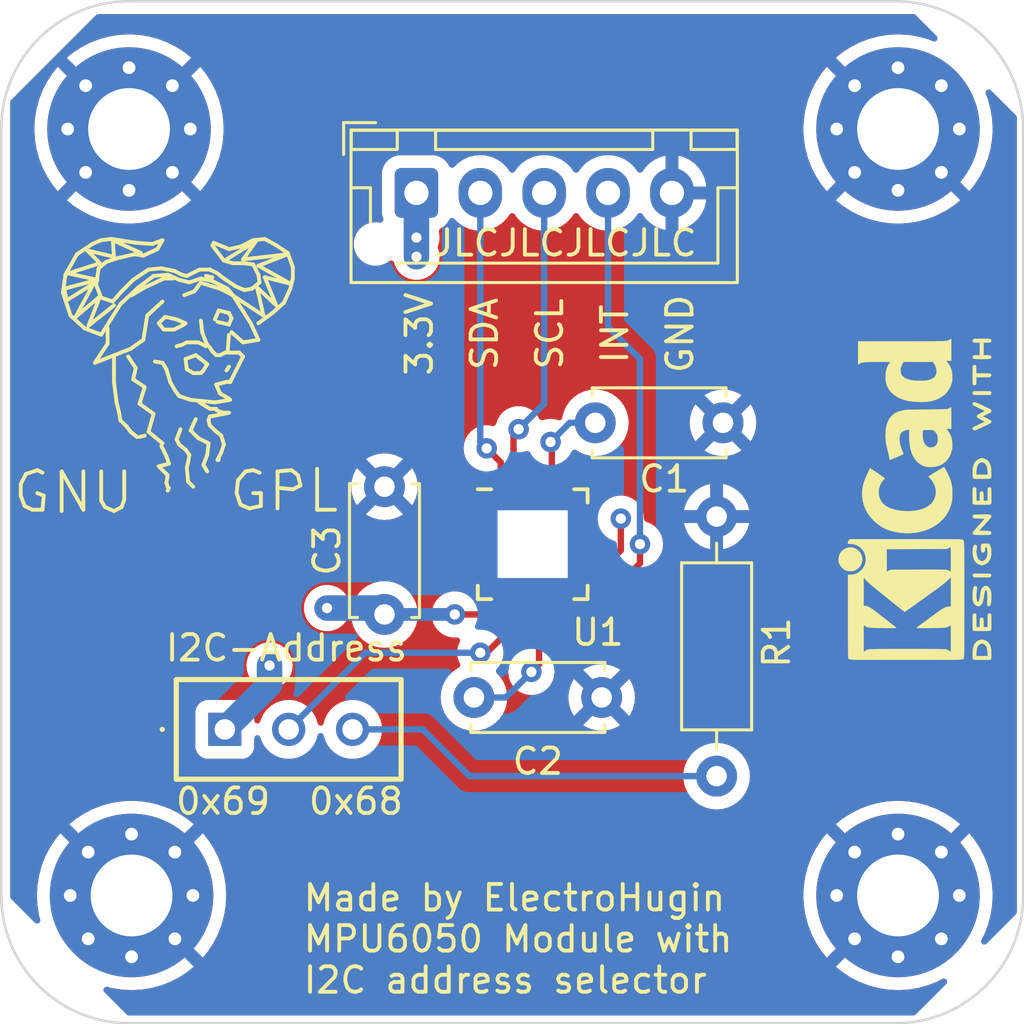
<source format=kicad_pcb>
(kicad_pcb (version 20221018) (generator pcbnew)
  (layers (0 "F.Cu" signal) (1 "In1.Cu" power) (2 "In2.Cu" power) (31 "B.Cu" signal) (34 "B.Paste" user) (35 "F.Paste" user) (36 "B.SilkS" user "B.Silkscreen") (37 "F.SilkS" user "F.Silkscreen") (38 "B.Mask" user) (39 "F.Mask" user) (44 "Edge.Cuts" user))
  (net 0 "")
  (net 1 "Net-(U1-CPOUT)")
  (net 2 "GND")
  (net 3 "Net-(U1-REGOUT)")
  (net 4 "+3.3V")
  (net 5 "/SDA")
  (net 6 "/SCL")
  (net 7 "/MPU6050")
  (net 21 "Net-(SW1-C)")
  (net 22 "Net-(SW1-B)")
  (footprint "Symbol:Symbol_GNU-Logo_SilkscreenTop" (layer "F.Cu") (at 127.412728 72.551695)
    (fp_text reference "REF**" hide)
    (fp_text value "Symbol_GNU-Logo_SilkscreenTop" hide)
  )
  (footprint "Capacitor_THT:C_Disc_D5.0mm_W2.5mm_P5.00mm" (layer "F.Cu") (at 135.25 78.5 -90)
    (fp_text reference "C3" (at 2.5 2.25 90) (layer "F.SilkS"))
    (fp_text value "0.1u")
    (pad "1" thru_hole circle (at 0 0 270) (size 1.6 1.6) (drill 0.8) (layers "*.Cu" "*.Mask") (net 2 "GND"))
    (pad "2" thru_hole circle (at 5 0 270) (size 1.6 1.6) (drill 0.8) (layers "*.Cu" "*.Mask") (net 4 "+3.3V"))
  )
  (footprint "Capacitor_THT:C_Disc_D5.0mm_W2.5mm_P5.00mm" (layer "F.Cu") (at 143.75 86.75 180)
    (fp_text reference "C2" (at 2.5 -2.5) (layer "F.SilkS"))
    (fp_text value "0.1u")
    (pad "1" thru_hole circle (at 0 0 180) (size 1.6 1.6) (drill 0.8) (layers "*.Cu" "*.Mask") (net 2 "GND"))
    (pad "2" thru_hole circle (at 5 0 180) (size 1.6 1.6) (drill 0.8) (layers "*.Cu" "*.Mask") (net 3 "Net-(U1-REGOUT)"))
  )
  (footprint "MountingHole:MountingHole_3.2mm_M3_Pad_Via" (layer "F.Cu") (at 155.35 94.5)
    (fp_text reference "H3" hide)
    (fp_text value "Hole_Pad" hide)
    (pad "1" thru_hole circle (at -2.4 0) (size 0.8 0.8) (drill 0.5) (layers "*.Cu" "*.Mask") (net 2 "GND"))
    (pad "1" thru_hole circle (at -1.697056 -1.697056) (size 0.8 0.8) (drill 0.5) (layers "*.Cu" "*.Mask") (net 2 "GND"))
    (pad "1" thru_hole circle (at -1.697056 1.697056) (size 0.8 0.8) (drill 0.5) (layers "*.Cu" "*.Mask") (net 2 "GND"))
    (pad "1" thru_hole circle (at 0 -2.4) (size 0.8 0.8) (drill 0.5) (layers "*.Cu" "*.Mask") (net 2 "GND"))
    (pad "1" thru_hole circle (at 0 0) (size 6.4 6.4) (drill 3.2) (layers "*.Cu" "*.Mask") (net 2 "GND"))
    (pad "1" thru_hole circle (at 0 2.4) (size 0.8 0.8) (drill 0.5) (layers "*.Cu" "*.Mask") (net 2 "GND"))
    (pad "1" thru_hole circle (at 1.697056 -1.697056) (size 0.8 0.8) (drill 0.5) (layers "*.Cu" "*.Mask") (net 2 "GND"))
    (pad "1" thru_hole circle (at 1.697056 1.697056) (size 0.8 0.8) (drill 0.5) (layers "*.Cu" "*.Mask") (net 2 "GND"))
    (pad "1" thru_hole circle (at 2.4 0) (size 0.8 0.8) (drill 0.5) (layers "*.Cu" "*.Mask") (net 2 "GND"))
  )
  (footprint "Symbol:KiCad-Logo2_5mm_SilkScreen" (layer "F.Cu") (at 156 79 90)
    (fp_text reference "REF**" hide)
    (fp_text value "KiCad-Logo2_5mm_SilkScreen" hide)
  )
  (footprint "Resistor_THT:R_Axial_DIN0207_L6.3mm_D2.5mm_P10.16mm_Horizontal" (layer "F.Cu") (at 148.25 89.83 90)
    (fp_text reference "R1" (at 5.23 2.35 90) (layer "F.SilkS"))
    (fp_text value "4k7")
    (pad "1" thru_hole circle (at 0 0 90) (size 1.6 1.6) (drill 0.8) (layers "*.Cu" "*.Mask") (net 21 "Net-(SW1-C)"))
    (pad "2" thru_hole oval (at 10.16 0 90) (size 1.6 1.6) (drill 0.8) (layers "*.Cu" "*.Mask") (net 2 "GND"))
  )
  (footprint "MountingHole:MountingHole_3.2mm_M3_Pad_Via" (layer "F.Cu") (at 125.25 64.5)
    (fp_text reference "H1" hide)
    (fp_text value "Hole_Pad" hide)
    (pad "1" thru_hole circle (at -2.4 0) (size 0.8 0.8) (drill 0.5) (layers "*.Cu" "*.Mask") (net 2 "GND"))
    (pad "1" thru_hole circle (at -1.697056 -1.697056) (size 0.8 0.8) (drill 0.5) (layers "*.Cu" "*.Mask") (net 2 "GND"))
    (pad "1" thru_hole circle (at -1.697056 1.697056) (size 0.8 0.8) (drill 0.5) (layers "*.Cu" "*.Mask") (net 2 "GND"))
    (pad "1" thru_hole circle (at 0 -2.4) (size 0.8 0.8) (drill 0.5) (layers "*.Cu" "*.Mask") (net 2 "GND"))
    (pad "1" thru_hole circle (at 0 0) (size 6.4 6.4) (drill 3.2) (layers "*.Cu" "*.Mask") (net 2 "GND"))
    (pad "1" thru_hole circle (at 0 2.4) (size 0.8 0.8) (drill 0.5) (layers "*.Cu" "*.Mask") (net 2 "GND"))
    (pad "1" thru_hole circle (at 1.697056 -1.697056) (size 0.8 0.8) (drill 0.5) (layers "*.Cu" "*.Mask") (net 2 "GND"))
    (pad "1" thru_hole circle (at 1.697056 1.697056) (size 0.8 0.8) (drill 0.5) (layers "*.Cu" "*.Mask") (net 2 "GND"))
    (pad "1" thru_hole circle (at 2.4 0) (size 0.8 0.8) (drill 0.5) (layers "*.Cu" "*.Mask") (net 2 "GND"))
  )
  (footprint "MountingHole:MountingHole_3.2mm_M3_Pad_Via" (layer "F.Cu") (at 155.35 64.5)
    (fp_text reference "H2" hide)
    (fp_text value "Hole_Pad" hide)
    (pad "1" thru_hole circle (at -2.4 0) (size 0.8 0.8) (drill 0.5) (layers "*.Cu" "*.Mask") (net 2 "GND"))
    (pad "1" thru_hole circle (at -1.697056 -1.697056) (size 0.8 0.8) (drill 0.5) (layers "*.Cu" "*.Mask") (net 2 "GND"))
    (pad "1" thru_hole circle (at -1.697056 1.697056) (size 0.8 0.8) (drill 0.5) (layers "*.Cu" "*.Mask") (net 2 "GND"))
    (pad "1" thru_hole circle (at 0 -2.4) (size 0.8 0.8) (drill 0.5) (layers "*.Cu" "*.Mask") (net 2 "GND"))
    (pad "1" thru_hole circle (at 0 0) (size 6.4 6.4) (drill 3.2) (layers "*.Cu" "*.Mask") (net 2 "GND"))
    (pad "1" thru_hole circle (at 0 2.4) (size 0.8 0.8) (drill 0.5) (layers "*.Cu" "*.Mask") (net 2 "GND"))
    (pad "1" thru_hole circle (at 1.697056 -1.697056) (size 0.8 0.8) (drill 0.5) (layers "*.Cu" "*.Mask") (net 2 "GND"))
    (pad "1" thru_hole circle (at 1.697056 1.697056) (size 0.8 0.8) (drill 0.5) (layers "*.Cu" "*.Mask") (net 2 "GND"))
    (pad "1" thru_hole circle (at 2.4 0) (size 0.8 0.8) (drill 0.5) (layers "*.Cu" "*.Mask") (net 2 "GND"))
  )
  (footprint "SamacSys:SLW8839352AD" (layer "F.Cu") (at 129 88)
    (fp_text reference "SW1" hide)
    (fp_text value "SW_SPDT" hide)
    (pad "1" thru_hole rect (at 0 0) (size 1.3 1.3) (drill 0.8) (layers "*.Cu" "*.Mask") (net 4 "+3.3V"))
    (pad "2" thru_hole circle (at 2.5 0) (size 1.3 1.3) (drill 0.8) (layers "*.Cu" "*.Mask") (net 22 "Net-(SW1-B)"))
    (pad "3" thru_hole circle (at 5 0) (size 1.3 1.3) (drill 0.8) (layers "*.Cu" "*.Mask") (net 21 "Net-(SW1-C)"))
  )
  (footprint "Capacitor_THT:C_Disc_D5.0mm_W2.5mm_P5.00mm" (layer "F.Cu") (at 143.5 76)
    (fp_text reference "C1" (at 2.7 2.2) (layer "F.SilkS"))
    (fp_text value "2200p")
    (pad "1" thru_hole circle (at 0 0) (size 1.6 1.6) (drill 0.8) (layers "*.Cu" "*.Mask") (net 1 "Net-(U1-CPOUT)"))
    (pad "2" thru_hole circle (at 5 0) (size 1.6 1.6) (drill 0.8) (layers "*.Cu" "*.Mask") (net 2 "GND"))
  )
  (footprint "MountingHole:MountingHole_3.2mm_M3_Pad_Via" (layer "F.Cu") (at 125.35 94.5)
    (fp_text reference "H4" hide)
    (fp_text value "Hole_Pad" hide)
    (pad "1" thru_hole circle (at -2.4 0) (size 0.8 0.8) (drill 0.5) (layers "*.Cu" "*.Mask") (net 2 "GND"))
    (pad "1" thru_hole circle (at -1.697056 -1.697056) (size 0.8 0.8) (drill 0.5) (layers "*.Cu" "*.Mask") (net 2 "GND"))
    (pad "1" thru_hole circle (at -1.697056 1.697056) (size 0.8 0.8) (drill 0.5) (layers "*.Cu" "*.Mask") (net 2 "GND"))
    (pad "1" thru_hole circle (at 0 -2.4) (size 0.8 0.8) (drill 0.5) (layers "*.Cu" "*.Mask") (net 2 "GND"))
    (pad "1" thru_hole circle (at 0 0) (size 6.4 6.4) (drill 3.2) (layers "*.Cu" "*.Mask") (net 2 "GND"))
    (pad "1" thru_hole circle (at 0 2.4) (size 0.8 0.8) (drill 0.5) (layers "*.Cu" "*.Mask") (net 2 "GND"))
    (pad "1" thru_hole circle (at 1.697056 -1.697056) (size 0.8 0.8) (drill 0.5) (layers "*.Cu" "*.Mask") (net 2 "GND"))
    (pad "1" thru_hole circle (at 1.697056 1.697056) (size 0.8 0.8) (drill 0.5) (layers "*.Cu" "*.Mask") (net 2 "GND"))
    (pad "1" thru_hole circle (at 2.4 0) (size 0.8 0.8) (drill 0.5) (layers "*.Cu" "*.Mask") (net 2 "GND"))
  )
  (footprint "Connector_JST:JST_XH_B5B-XH-AM_1x05_P2.50mm_Vertical" (layer "F.Cu") (at 136.5 67)
    (fp_text reference "J1" hide)
    (fp_text value "Conn_01x05" hide)
    (pad "" np_thru_hole circle (at -1.6 2) (size 1.2 1.2) (drill 1.2) (layers "*.Cu" "*.Mask"))
    (pad "1" thru_hole roundrect (at 0 0) (size 1.7 1.95) (drill 0.95) (layers "*.Cu" "*.Mask") (roundrect_rratio 0.1470588235) (net 4 "+3.3V"))
    (pad "2" thru_hole oval (at 2.5 0) (size 1.7 1.95) (drill 0.95) (layers "*.Cu" "*.Mask") (net 5 "/SDA"))
    (pad "3" thru_hole oval (at 5 0) (size 1.7 1.95) (drill 0.95) (layers "*.Cu" "*.Mask") (net 6 "/SCL"))
    (pad "4" thru_hole oval (at 7.5 0) (size 1.7 1.95) (drill 0.95) (layers "*.Cu" "*.Mask") (net 7 "/MPU6050"))
    (pad "5" thru_hole oval (at 10 0) (size 1.7 1.95) (drill 0.95) (layers "*.Cu" "*.Mask") (net 2 "GND"))
  )
  (footprint "Sensor_Motion:InvenSense_QFN-24_4x4mm_P0.5mm" (layer "F.Cu") (at 141.05 80.75)
    (fp_text reference "U1" (at 2.55 3.45) (layer "F.SilkS"))
    (fp_text value "MPU-6050")
    (pad "1" smd roundrect (at -1.95 -1.25) (size 0.85 0.3) (layers "F.Cu" "F.Paste" "F.Mask") (net 2 "GND"))
    (pad "2" smd roundrect (at -1.95 -0.75) (size 0.85 0.3) (layers "F.Cu" "F.Paste" "F.Mask"))
    (pad "3" smd roundrect (at -1.95 -0.25) (size 0.85 0.3) (layers "F.Cu" "F.Paste" "F.Mask"))
    (pad "4" smd roundrect (at -1.95 0.25) (size 0.85 0.3) (layers "F.Cu" "F.Paste" "F.Mask"))
    (pad "5" smd roundrect (at -1.95 0.75) (size 0.85 0.3) (layers "F.Cu" "F.Paste" "F.Mask"))
    (pad "6" smd roundrect (at -1.95 1.25) (size 0.85 0.3) (layers "F.Cu" "F.Paste" "F.Mask"))
    (pad "7" smd roundrect (at -1.25 1.95 90) (size 0.85 0.3) (layers "F.Cu" "F.Paste" "F.Mask"))
    (pad "8" smd roundrect (at -0.75 1.95 90) (size 0.85 0.3) (layers "F.Cu" "F.Paste" "F.Mask") (net 4 "+3.3V"))
    (pad "9" smd roundrect (at -0.25 1.95 90) (size 0.85 0.3) (layers "F.Cu" "F.Paste" "F.Mask") (net 22 "Net-(SW1-B)"))
    (pad "10" smd roundrect (at 0.25 1.95 90) (size 0.85 0.3) (layers "F.Cu" "F.Paste" "F.Mask") (net 3 "Net-(U1-REGOUT)"))
    (pad "11" smd roundrect (at 0.75 1.95 90) (size 0.85 0.3) (layers "F.Cu" "F.Paste" "F.Mask") (net 2 "GND"))
    (pad "12" smd roundrect (at 1.25 1.95 90) (size 0.85 0.3) (layers "F.Cu" "F.Paste" "F.Mask") (net 7 "/MPU6050"))
    (pad "13" smd roundrect (at 1.95 1.25) (size 0.85 0.3) (layers "F.Cu" "F.Paste" "F.Mask") (net 4 "+3.3V"))
    (pad "14" smd roundrect (at 1.95 0.75) (size 0.85 0.3) (layers "F.Cu" "F.Paste" "F.Mask"))
    (pad "15" smd roundrect (at 1.95 0.25) (size 0.85 0.3) (layers "F.Cu" "F.Paste" "F.Mask"))
    (pad "16" smd roundrect (at 1.95 -0.25) (size 0.85 0.3) (layers "F.Cu" "F.Paste" "F.Mask"))
    (pad "17" smd roundrect (at 1.95 -0.75) (size 0.85 0.3) (layers "F.Cu" "F.Paste" "F.Mask"))
    (pad "18" smd roundrect (at 1.95 -1.25) (size 0.85 0.3) (layers "F.Cu" "F.Paste" "F.Mask") (net 2 "GND"))
    (pad "19" smd roundrect (at 1.25 -1.95 90) (size 0.85 0.3) (layers "F.Cu" "F.Paste" "F.Mask"))
    (pad "20" smd roundrect (at 0.75 -1.95 90) (size 0.85 0.3) (layers "F.Cu" "F.Paste" "F.Mask") (net 1 "Net-(U1-CPOUT)"))
    (pad "21" smd roundrect (at 0.25 -1.95 90) (size 0.85 0.3) (layers "F.Cu" "F.Paste" "F.Mask"))
    (pad "22" smd roundrect (at -0.25 -1.95 90) (size 0.85 0.3) (layers "F.Cu" "F.Paste" "F.Mask"))
    (pad "23" smd roundrect (at -0.75 -1.95 90) (size 0.85 0.3) (layers "F.Cu" "F.Paste" "F.Mask") (net 6 "/SCL"))
    (pad "24" smd roundrect (at -1.25 -1.95 90) (size 0.85 0.3) (layers "F.Cu" "F.Paste" "F.Mask") (net 5 "/SDA"))
    (zone (net 0) (net_name "") (layer "F.Cu") (connect_pads (clearance 0)) (min_thickness 0.254)
      (keepout (tracks not_allowed) (vias not_allowed) (pads not_allowed) (copperpour not_allowed) (footprints allowed))
      (fill (thermal_gap 0.508) (thermal_bridge_width 0.508))
      (polygon (pts (xy 139.675 79.425) (xy 142.425 79.425) (xy 142.425 82.075) (xy 139.675 82.075)))
    )
  )
  (gr_line (start 155.25 59.5) (end 125.25 59.5) (stroke (width 0.1)) (layer "Edge.Cuts"))
  (gr_arc (start 155.25 59.5) (mid 158.785534 60.964466) (end 160.25 64.5) (stroke (width 0.1)) (layer "Edge.Cuts"))
  (gr_arc (start 120.25 64.5) (mid 121.714466 60.964466) (end 125.25 59.5) (stroke (width 0.1)) (layer "Edge.Cuts"))
  (gr_line (start 125.25 99.5) (end 155.25 99.5) (stroke (width 0.1)) (layer "Edge.Cuts"))
  (gr_line (start 160.25 94.5) (end 160.25 64.5) (stroke (width 0.1)) (layer "Edge.Cuts"))
  (gr_line (start 120.25 64.5) (end 120.25 94.5) (stroke (width 0.1)) (layer "Edge.Cuts"))
  (gr_arc (start 125.25 99.5) (mid 121.714466 98.035534) (end 120.25 94.5) (stroke (width 0.1)) (layer "Edge.Cuts"))
  (gr_arc (start 160.25 94.5) (mid 158.785534 98.035534) (end 155.25 99.5) (stroke (width 0.1)) (layer "Edge.Cuts"))
  (gr_text "JLCJLCJLCJLC" (at 137.074105 69.54794) (layer "F.SilkS") (effects (font (size 1 1)) (justify left bottom)))
  (gr_text "GND" (at 147.4 74.142857 90) (layer "F.SilkS") (effects (font (size 1 1)) (justify left bottom)))
  (gr_text "INT" (at 144.85 73.761904 90) (layer "F.SilkS") (effects (font (size 1 1)) (justify left bottom)))
  (gr_text "SDA" (at 139.75 74.023809 90) (layer "F.SilkS") (effects (font (size 1 1)) (justify left bottom)))
  (gr_text "3.3V" (at 137.2 74.238095 90) (layer "F.SilkS") (effects (font (size 1 1)) (justify left bottom)))
  (gr_text "SCL" (at 142.3 74 90) (layer "F.SilkS") (effects (font (size 1 1)) (justify left bottom)))
  (gr_text "I2C-Address" (at 126.6 85.4) (layer "F.SilkS") (effects (font (size 1 1)) (justify left bottom)))
  (gr_text "0x68" (at 132.2 91.4) (layer "F.SilkS") (effects (font (size 1 1)) (justify left bottom)))
  (gr_text "Made by ElectroHugin\nMPU6050 Module with \nI2C address selector" (at 132 98.4) (layer "F.SilkS") (effects (font (size 1 1)) (justify left bottom)))
  (gr_text "0x69" (at 127 91.4) (layer "F.SilkS") (effects (font (size 1 1)) (justify left bottom)))
  (segment (start 141.75 76.75) (end 141.8 76.8) (width 0.25) (layer "F.Cu") (net 1))
  (segment (start 141.8 76.8) (end 141.8 78.8) (width 0.25) (layer "F.Cu") (net 1))
  (via (at 141.75 76.75) (size 0.8) (drill 0.4) (layers "F.Cu" "B.Cu") (net 1))
  (segment (start 143.5 76) (end 142.5 76) (width 0.25) (layer "B.Cu") (net 1))
  (segment (start 142.5 76) (end 141.75 76.75) (width 0.25) (layer "B.Cu") (net 1))
  (segment (start 143 79.5) (end 143 79) (width 0.25) (layer "F.Cu") (net 2))
  (segment (start 143 79) (end 143.4 78.6) (width 0.25) (layer "F.Cu") (net 2))
  (segment (start 141.8 83.4) (end 142.3 83.9) (width 0.25) (layer "F.Cu") (net 2))
  (segment (start 141.8 82.7) (end 141.8 83.4) (width 0.25) (layer "F.Cu") (net 2))
  (segment (start 139.1 79.5) (end 138.7 79.5) (width 0.25) (layer "F.Cu") (net 2))
  (segment (start 138.7 79.5) (end 138 78.8) (width 0.25) (layer "F.Cu") (net 2))
  (segment (start 141.3 85.45) (end 141.3 82.7) (width 0.25) (layer "F.Cu") (net 3))
  (segment (start 141 85.75) (end 141.3 85.45) (width 0.25) (layer "F.Cu") (net 3))
  (via (at 141 85.75) (size 0.8) (drill 0.4) (layers "F.Cu" "B.Cu") (net 3))
  (segment (start 140 86.75) (end 141 85.75) (width 0.25) (layer "B.Cu") (net 3))
  (segment (start 141 85.75) (end 140.875 85.875) (width 0.25) (layer "B.Cu") (net 3))
  (segment (start 138.75 86.75) (end 140 86.75) (width 0.25) (layer "B.Cu") (net 3))
  (segment (start 144.5 80.990685) (end 144.5 79.75) (width 0.25) (layer "F.Cu") (net 4))
  (segment (start 140.3 82.7) (end 140.3 83.190685) (width 0.25) (layer "F.Cu") (net 4))
  (segment (start 143 82) (end 143.490685 82) (width 0.25) (layer "F.Cu") (net 4))
  (segment (start 143.490685 82) (end 144.5 80.990685) (width 0.25) (layer "F.Cu") (net 4))
  (segment (start 140.3 83.190685) (end 139.990685 83.5) (width 0.25) (layer "F.Cu") (net 4))
  (segment (start 139.990685 83.5) (end 138 83.5) (width 0.25) (layer "F.Cu") (net 4))
  (via (at 136.5 69.5) (size 0.8) (drill 0.4) (layers "F.Cu" "B.Cu") (net 4))
  (via (at 130.75 85.5) (size 0.8) (drill 0.4) (layers "F.Cu" "B.Cu") (net 4))
  (via (at 133 83.25) (size 0.8) (drill 0.4) (layers "F.Cu" "B.Cu") (net 4))
  (via (at 136.5 68.75) (size 0.8) (drill 0.4) (layers "F.Cu" "B.Cu") (net 4))
  (via (at 144.5 79.75) (size 0.8) (drill 0.4) (layers "F.Cu" "B.Cu") (net 4))
  (via (at 138 83.5) (size 0.8) (drill 0.4) (layers "F.Cu" "B.Cu") (net 4))
  (segment (start 136.5 68.75) (end 136.5 69.5) (width 1) (layer "B.Cu") (net 4))
  (segment (start 136.5 67) (end 136.5 68.75) (width 1) (layer "B.Cu") (net 4))
  (segment (start 133 83.25) (end 135 83.25) (width 1) (layer "B.Cu") (net 4))
  (segment (start 135 83.25) (end 135.25 83.5) (width 1) (layer "B.Cu") (net 4))
  (segment (start 138 83.5) (end 135.25 83.5) (width 0.5) (layer "B.Cu") (net 4))
  (segment (start 130.75 86.25) (end 129 88) (width 1) (layer "B.Cu") (net 4))
  (segment (start 130.75 85.5) (end 130.75 86.25) (width 1) (layer "B.Cu") (net 4))
  (segment (start 139.8 77.55) (end 139.25 77) (width 0.25) (layer "F.Cu") (net 5))
  (segment (start 139.8 78.8) (end 139.8 77.55) (width 0.25) (layer "F.Cu") (net 5))
  (via (at 139.25 77) (size 0.8) (drill 0.4) (layers "F.Cu" "B.Cu") (net 5))
  (segment (start 139.25 77) (end 139 76.75) (width 0.25) (layer "B.Cu") (net 5))
  (segment (start 139 76.75) (end 139 67) (width 0.25) (layer "B.Cu") (net 5))
  (segment (start 140.3 78.8) (end 140.3 77) (width 0.25) (layer "F.Cu") (net 6))
  (segment (start 140.3 76.45) (end 140.5 76.25) (width 0.25) (layer "F.Cu") (net 6))
  (segment (start 140.3 77) (end 140.3 76.45) (width 0.25) (layer "F.Cu") (net 6))
  (via (at 140.5 76.25) (size 0.8) (drill 0.4) (layers "F.Cu" "B.Cu") (net 6))
  (segment (start 140.5 76.25) (end 141.5 75.25) (width 0.25) (layer "B.Cu") (net 6))
  (segment (start 141.5 75.25) (end 141.5 67) (width 0.25) (layer "B.Cu") (net 6))
  (segment (start 145.25 81.5) (end 144 82.75) (width 0.25) (layer "F.Cu") (net 7))
  (segment (start 144 82.75) (end 142.35 82.75) (width 0.25) (layer "F.Cu") (net 7))
  (segment (start 142.35 82.75) (end 142.3 82.7) (width 0.25) (layer "F.Cu") (net 7))
  (segment (start 145.25 80.75) (end 145.25 81.5) (width 0.25) (layer "F.Cu") (net 7))
  (via (at 145.25 80.75) (size 0.8) (drill 0.4) (layers "F.Cu" "B.Cu") (net 7))
  (segment (start 144 72.25) (end 145 73.25) (width 0.25) (layer "B.Cu") (net 7))
  (segment (start 145.25 73.5) (end 145.25 80.75) (width 0.25) (layer "B.Cu") (net 7))
  (segment (start 144 67) (end 144 72.25) (width 0.25) (layer "B.Cu") (net 7))
  (segment (start 145 73.25) (end 145.25 73.5) (width 0.25) (layer "B.Cu") (net 7))
  (segment (start 138.58 89.83) (end 148.25 89.83) (width 0.25) (layer "B.Cu") (net 21))
  (segment (start 136.75 88) (end 138.58 89.83) (width 0.25) (layer "B.Cu") (net 21))
  (segment (start 134 88) (end 136.75 88) (width 0.25) (layer "B.Cu") (net 21))
  (segment (start 139.25 85) (end 140.8 83.45) (width 0.25) (layer "F.Cu") (net 22))
  (segment (start 140.8 83.45) (end 140.8 82.7) (width 0.25) (layer "F.Cu") (net 22))
  (segment (start 139 85) (end 139.25 85) (width 0.25) (layer "F.Cu") (net 22))
  (via (at 139 85) (size 0.8) (drill 0.4) (layers "F.Cu" "B.Cu") (net 22))
  (segment (start 134.5 85) (end 139 85) (width 0.25) (layer "B.Cu") (net 22))
  (segment (start 131.5 88) (end 134.5 85) (width 0.25) (layer "B.Cu") (net 22))
  (zone (net 0) (net_name "") (layers "F.Cu" "In1.Cu" "In2.Cu" "B.Cu") (connect_pads (clearance 0)) (min_thickness 0.25)
    (keepout (tracks not_allowed) (vias not_allowed) (pads not_allowed) (copperpour not_allowed) (footprints allowed))
    (fill (thermal_gap 0.5) (thermal_bridge_width 0.5))
    (polygon (pts (xy 139.675 79.425) (xy 139.675 82.075) (xy 142.425 82.075) (xy 142.425 79.425)))
  )
  (zone (net 2) (net_name "GND") (layers "F.Cu" "In1.Cu" "In2.Cu" "B.Cu") (connect_pads (clearance 0.5)) (min_thickness 0.25) (fill yes (thermal_gap 0.5) (thermal_bridge_width 0.5))
    (polygon (pts (xy 156 60) (xy 160 64) (xy 160 95.2) (xy 156 99.2) (xy 125.2 99.2) (xy 120.6 94.6) (xy 120.6 63.4) (xy 124 60)))
  )
)
</source>
